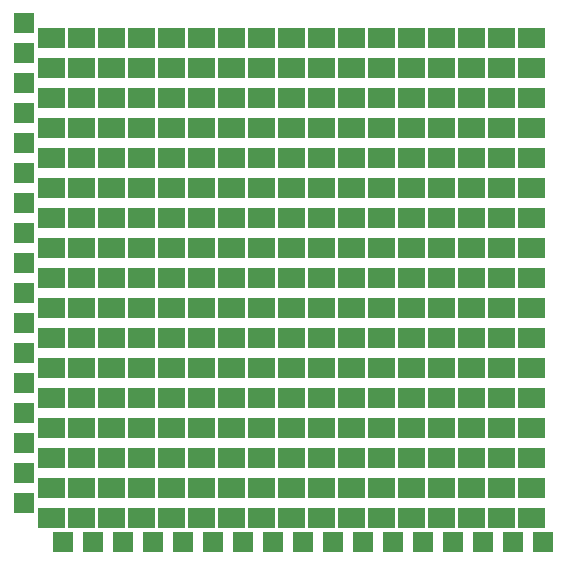
<source format=gbs>
G75*
%MOIN*%
%OFA0B0*%
%FSLAX25Y25*%
%IPPOS*%
%LPD*%
%AMOC8*
5,1,8,0,0,1.08239X$1,22.5*
%
%ADD10R,0.03530X0.06716*%
%ADD11R,0.03530X0.06716*%
%ADD12R,0.03530X0.06716*%
%ADD13R,0.03530X0.06716*%
%ADD14R,0.03530X0.06716*%
%ADD15R,0.03530X0.06716*%
%ADD16R,0.03530X0.06716*%
%ADD17R,0.03530X0.06716*%
%ADD18R,0.03530X0.06716*%
%ADD19R,0.06706X0.06706*%
D10*
X0025467Y0022424D03*
X0045467Y0022424D03*
X0055467Y0022424D03*
X0065467Y0022424D03*
X0065467Y0042424D03*
X0065467Y0052424D03*
X0065467Y0062424D03*
X0055467Y0062424D03*
X0055467Y0052424D03*
X0055467Y0042424D03*
X0045467Y0042424D03*
X0045467Y0052424D03*
X0045467Y0062424D03*
X0025467Y0062424D03*
X0025467Y0052424D03*
X0025467Y0042424D03*
X0025467Y0102424D03*
X0025467Y0112424D03*
X0045467Y0112424D03*
X0055467Y0112424D03*
X0065467Y0112424D03*
X0065467Y0102424D03*
X0055467Y0102424D03*
X0045467Y0102424D03*
X0145467Y0102424D03*
X0155467Y0102424D03*
X0155467Y0112424D03*
X0145467Y0112424D03*
X0175467Y0112424D03*
X0185467Y0112424D03*
X0185467Y0102424D03*
X0175467Y0102424D03*
X0175467Y0062424D03*
X0185467Y0062424D03*
X0185467Y0052424D03*
X0175467Y0052424D03*
X0175467Y0042424D03*
X0185467Y0042424D03*
X0185467Y0022424D03*
X0175467Y0022424D03*
X0155467Y0022424D03*
X0145467Y0022424D03*
X0145467Y0042424D03*
X0155467Y0042424D03*
X0155467Y0052424D03*
X0155467Y0062424D03*
X0145467Y0062424D03*
X0145467Y0052424D03*
D11*
X0165467Y0052424D03*
X0165467Y0062424D03*
X0165467Y0042424D03*
X0165467Y0022424D03*
X0125467Y0022424D03*
X0115467Y0022424D03*
X0105467Y0022424D03*
X0105467Y0042424D03*
X0115467Y0042424D03*
X0125467Y0042424D03*
X0125467Y0052424D03*
X0125467Y0062424D03*
X0115467Y0062424D03*
X0115467Y0052424D03*
X0105467Y0052424D03*
X0105467Y0062424D03*
X0085467Y0062424D03*
X0085467Y0052424D03*
X0085467Y0042424D03*
X0075467Y0042424D03*
X0075467Y0052424D03*
X0075467Y0062424D03*
X0075467Y0102424D03*
X0085467Y0102424D03*
X0085467Y0112424D03*
X0075467Y0112424D03*
X0105467Y0112424D03*
X0115467Y0112424D03*
X0125467Y0112424D03*
X0125467Y0102424D03*
X0115467Y0102424D03*
X0105467Y0102424D03*
X0165467Y0102424D03*
X0165467Y0112424D03*
X0085467Y0022424D03*
X0075467Y0022424D03*
X0035467Y0022424D03*
X0035467Y0042424D03*
X0035467Y0052424D03*
X0035467Y0062424D03*
X0035467Y0102424D03*
X0035467Y0112424D03*
D12*
X0095467Y0112424D03*
X0095467Y0102424D03*
X0135467Y0102424D03*
X0135467Y0112424D03*
X0135467Y0062424D03*
X0135467Y0052424D03*
X0135467Y0042424D03*
X0135467Y0022424D03*
X0095467Y0022424D03*
X0095467Y0042424D03*
X0095467Y0052424D03*
X0095467Y0062424D03*
D13*
X0065467Y0032424D03*
X0055467Y0032424D03*
X0045467Y0032424D03*
X0025467Y0032424D03*
X0145467Y0032424D03*
X0155467Y0032424D03*
X0175467Y0032424D03*
X0185467Y0032424D03*
X0185467Y0162424D03*
X0175467Y0162424D03*
X0175467Y0172424D03*
X0185467Y0172424D03*
X0185467Y0182424D03*
X0175467Y0182424D03*
X0155467Y0182424D03*
X0155467Y0172424D03*
X0155467Y0162424D03*
X0145467Y0162424D03*
X0145467Y0172424D03*
X0145467Y0182424D03*
X0065467Y0182424D03*
X0065467Y0172424D03*
X0065467Y0162424D03*
X0055467Y0162424D03*
X0055467Y0172424D03*
X0055467Y0182424D03*
X0045467Y0182424D03*
X0045467Y0172424D03*
X0045467Y0162424D03*
X0025467Y0162424D03*
X0025467Y0172424D03*
X0025467Y0182424D03*
D14*
X0035467Y0182424D03*
X0035467Y0172424D03*
X0035467Y0162424D03*
X0075467Y0162424D03*
X0085467Y0162424D03*
X0085467Y0172424D03*
X0085467Y0182424D03*
X0075467Y0182424D03*
X0075467Y0172424D03*
X0105467Y0172424D03*
X0115467Y0172424D03*
X0125467Y0172424D03*
X0125467Y0182424D03*
X0115467Y0182424D03*
X0105467Y0182424D03*
X0105467Y0162424D03*
X0115467Y0162424D03*
X0125467Y0162424D03*
X0165467Y0162424D03*
X0165467Y0172424D03*
X0165467Y0182424D03*
X0165467Y0032424D03*
X0125467Y0032424D03*
X0115467Y0032424D03*
X0105467Y0032424D03*
X0085467Y0032424D03*
X0075467Y0032424D03*
X0035467Y0032424D03*
D15*
X0095467Y0032424D03*
X0135467Y0032424D03*
X0135467Y0162424D03*
X0135467Y0172424D03*
X0135467Y0182424D03*
X0095467Y0182424D03*
X0095467Y0172424D03*
X0095467Y0162424D03*
D16*
X0065467Y0152424D03*
X0065467Y0142424D03*
X0065467Y0132424D03*
X0065467Y0122424D03*
X0055467Y0122424D03*
X0055467Y0132424D03*
X0055467Y0142424D03*
X0055467Y0152424D03*
X0045467Y0152424D03*
X0045467Y0142424D03*
X0045467Y0132424D03*
X0045467Y0122424D03*
X0025467Y0122424D03*
X0025467Y0132424D03*
X0025467Y0142424D03*
X0025467Y0152424D03*
X0025467Y0092424D03*
X0025467Y0082424D03*
X0025467Y0072424D03*
X0045467Y0072424D03*
X0055467Y0072424D03*
X0065467Y0072424D03*
X0065467Y0082424D03*
X0065467Y0092424D03*
X0055467Y0092424D03*
X0055467Y0082424D03*
X0045467Y0082424D03*
X0045467Y0092424D03*
X0145467Y0092424D03*
X0155467Y0092424D03*
X0155467Y0082424D03*
X0155467Y0072424D03*
X0145467Y0072424D03*
X0145467Y0082424D03*
X0175467Y0082424D03*
X0185467Y0082424D03*
X0185467Y0092424D03*
X0175467Y0092424D03*
X0175467Y0072424D03*
X0185467Y0072424D03*
X0185467Y0122424D03*
X0175467Y0122424D03*
X0175467Y0132424D03*
X0185467Y0132424D03*
X0185467Y0142424D03*
X0175467Y0142424D03*
X0175467Y0152424D03*
X0185467Y0152424D03*
X0155467Y0152424D03*
X0155467Y0142424D03*
X0155467Y0132424D03*
X0155467Y0122424D03*
X0145467Y0122424D03*
X0145467Y0132424D03*
X0145467Y0142424D03*
X0145467Y0152424D03*
D17*
X0165467Y0152424D03*
X0165467Y0142424D03*
X0165467Y0132424D03*
X0165467Y0122424D03*
X0165467Y0092424D03*
X0165467Y0082424D03*
X0165467Y0072424D03*
X0125467Y0072424D03*
X0125467Y0082424D03*
X0125467Y0092424D03*
X0115467Y0092424D03*
X0115467Y0082424D03*
X0115467Y0072424D03*
X0105467Y0072424D03*
X0105467Y0082424D03*
X0105467Y0092424D03*
X0085467Y0092424D03*
X0085467Y0082424D03*
X0085467Y0072424D03*
X0075467Y0072424D03*
X0075467Y0082424D03*
X0075467Y0092424D03*
X0075467Y0122424D03*
X0085467Y0122424D03*
X0085467Y0132424D03*
X0085467Y0142424D03*
X0085467Y0152424D03*
X0075467Y0152424D03*
X0075467Y0142424D03*
X0075467Y0132424D03*
X0105467Y0132424D03*
X0115467Y0132424D03*
X0125467Y0132424D03*
X0125467Y0142424D03*
X0125467Y0152424D03*
X0115467Y0152424D03*
X0115467Y0142424D03*
X0105467Y0142424D03*
X0105467Y0152424D03*
X0105467Y0122424D03*
X0115467Y0122424D03*
X0125467Y0122424D03*
X0035467Y0122424D03*
X0035467Y0132424D03*
X0035467Y0142424D03*
X0035467Y0152424D03*
X0035467Y0092424D03*
X0035467Y0082424D03*
X0035467Y0072424D03*
D18*
X0095467Y0072424D03*
X0095467Y0082424D03*
X0095467Y0092424D03*
X0095467Y0122424D03*
X0095467Y0132424D03*
X0095467Y0142424D03*
X0095467Y0152424D03*
X0135467Y0152424D03*
X0135467Y0142424D03*
X0135467Y0132424D03*
X0135467Y0122424D03*
X0135467Y0092424D03*
X0135467Y0082424D03*
X0135467Y0072424D03*
D19*
X0021231Y0022424D03*
X0013231Y0027424D03*
X0021231Y0032424D03*
X0013231Y0037424D03*
X0021231Y0042424D03*
X0013231Y0047424D03*
X0021231Y0052424D03*
X0013231Y0057424D03*
X0021231Y0062424D03*
X0013231Y0067424D03*
X0021231Y0072424D03*
X0013231Y0077424D03*
X0021231Y0082424D03*
X0013231Y0087424D03*
X0021231Y0092424D03*
X0013231Y0097424D03*
X0021231Y0102424D03*
X0013231Y0107424D03*
X0021231Y0112424D03*
X0013231Y0117424D03*
X0021231Y0122424D03*
X0013231Y0127424D03*
X0021231Y0132424D03*
X0013231Y0137424D03*
X0021231Y0142424D03*
X0013231Y0147424D03*
X0021231Y0152424D03*
X0013231Y0157424D03*
X0021231Y0162424D03*
X0013231Y0167424D03*
X0021231Y0172424D03*
X0013231Y0177424D03*
X0021231Y0182424D03*
X0013231Y0187424D03*
X0031231Y0182424D03*
X0041231Y0182424D03*
X0051231Y0182424D03*
X0061231Y0182424D03*
X0071231Y0182424D03*
X0081231Y0182424D03*
X0091231Y0182424D03*
X0101231Y0182424D03*
X0111231Y0182424D03*
X0121231Y0182424D03*
X0131231Y0182424D03*
X0141231Y0182424D03*
X0151231Y0182424D03*
X0161231Y0182424D03*
X0171231Y0182424D03*
X0181231Y0182424D03*
X0181231Y0172424D03*
X0171231Y0172424D03*
X0161231Y0172424D03*
X0151231Y0172424D03*
X0141231Y0172424D03*
X0131231Y0172424D03*
X0121231Y0172424D03*
X0111231Y0172424D03*
X0101231Y0172424D03*
X0091231Y0172424D03*
X0081231Y0172424D03*
X0071231Y0172424D03*
X0061231Y0172424D03*
X0051231Y0172424D03*
X0041231Y0172424D03*
X0031231Y0172424D03*
X0031231Y0162424D03*
X0041231Y0162424D03*
X0051231Y0162424D03*
X0061231Y0162424D03*
X0071231Y0162424D03*
X0081231Y0162424D03*
X0091231Y0162424D03*
X0101231Y0162424D03*
X0111231Y0162424D03*
X0121231Y0162424D03*
X0131231Y0162424D03*
X0141231Y0162424D03*
X0151231Y0162424D03*
X0161231Y0162424D03*
X0171231Y0162424D03*
X0181231Y0162424D03*
X0181231Y0152424D03*
X0171231Y0152424D03*
X0161231Y0152424D03*
X0151231Y0152424D03*
X0141231Y0152424D03*
X0131231Y0152424D03*
X0121231Y0152424D03*
X0111231Y0152424D03*
X0101231Y0152424D03*
X0091231Y0152424D03*
X0081231Y0152424D03*
X0071231Y0152424D03*
X0061231Y0152424D03*
X0051231Y0152424D03*
X0041231Y0152424D03*
X0031231Y0152424D03*
X0031231Y0142424D03*
X0041231Y0142424D03*
X0051231Y0142424D03*
X0061231Y0142424D03*
X0071231Y0142424D03*
X0081231Y0142424D03*
X0091231Y0142424D03*
X0101231Y0142424D03*
X0111231Y0142424D03*
X0121231Y0142424D03*
X0131231Y0142424D03*
X0141231Y0142424D03*
X0151231Y0142424D03*
X0161231Y0142424D03*
X0171231Y0142424D03*
X0181231Y0142424D03*
X0181231Y0132424D03*
X0171231Y0132424D03*
X0161231Y0132424D03*
X0151231Y0132424D03*
X0141231Y0132424D03*
X0131231Y0132424D03*
X0121231Y0132424D03*
X0111231Y0132424D03*
X0101231Y0132424D03*
X0091231Y0132424D03*
X0081231Y0132424D03*
X0071231Y0132424D03*
X0061231Y0132424D03*
X0051231Y0132424D03*
X0041231Y0132424D03*
X0031231Y0132424D03*
X0031231Y0122424D03*
X0041231Y0122424D03*
X0051231Y0122424D03*
X0061231Y0122424D03*
X0071231Y0122424D03*
X0081231Y0122424D03*
X0091231Y0122424D03*
X0101231Y0122424D03*
X0111231Y0122424D03*
X0121231Y0122424D03*
X0131231Y0122424D03*
X0141231Y0122424D03*
X0151231Y0122424D03*
X0161231Y0122424D03*
X0171231Y0122424D03*
X0181231Y0122424D03*
X0181231Y0112424D03*
X0171231Y0112424D03*
X0161231Y0112424D03*
X0151231Y0112424D03*
X0141231Y0112424D03*
X0131231Y0112424D03*
X0121231Y0112424D03*
X0111231Y0112424D03*
X0101231Y0112424D03*
X0091231Y0112424D03*
X0081231Y0112424D03*
X0071231Y0112424D03*
X0061231Y0112424D03*
X0051231Y0112424D03*
X0041231Y0112424D03*
X0031231Y0112424D03*
X0031231Y0102424D03*
X0041231Y0102424D03*
X0051231Y0102424D03*
X0061231Y0102424D03*
X0071231Y0102424D03*
X0081231Y0102424D03*
X0091231Y0102424D03*
X0101231Y0102424D03*
X0111231Y0102424D03*
X0121231Y0102424D03*
X0131231Y0102424D03*
X0141231Y0102424D03*
X0151231Y0102424D03*
X0161231Y0102424D03*
X0171231Y0102424D03*
X0181231Y0102424D03*
X0181231Y0092424D03*
X0171231Y0092424D03*
X0161231Y0092424D03*
X0151231Y0092424D03*
X0141231Y0092424D03*
X0131231Y0092424D03*
X0121231Y0092424D03*
X0111231Y0092424D03*
X0101231Y0092424D03*
X0091231Y0092424D03*
X0081231Y0092424D03*
X0071231Y0092424D03*
X0061231Y0092424D03*
X0051231Y0092424D03*
X0041231Y0092424D03*
X0031231Y0092424D03*
X0031231Y0082424D03*
X0041231Y0082424D03*
X0051231Y0082424D03*
X0061231Y0082424D03*
X0071231Y0082424D03*
X0081231Y0082424D03*
X0091231Y0082424D03*
X0101231Y0082424D03*
X0111231Y0082424D03*
X0121231Y0082424D03*
X0131231Y0082424D03*
X0141231Y0082424D03*
X0151231Y0082424D03*
X0161231Y0082424D03*
X0171231Y0082424D03*
X0181231Y0082424D03*
X0181231Y0072424D03*
X0171231Y0072424D03*
X0161231Y0072424D03*
X0151231Y0072424D03*
X0141231Y0072424D03*
X0131231Y0072424D03*
X0121231Y0072424D03*
X0111231Y0072424D03*
X0101231Y0072424D03*
X0091231Y0072424D03*
X0081231Y0072424D03*
X0071231Y0072424D03*
X0061231Y0072424D03*
X0051231Y0072424D03*
X0041231Y0072424D03*
X0031231Y0072424D03*
X0031231Y0062424D03*
X0041231Y0062424D03*
X0051231Y0062424D03*
X0061231Y0062424D03*
X0071231Y0062424D03*
X0081231Y0062424D03*
X0091231Y0062424D03*
X0101231Y0062424D03*
X0111231Y0062424D03*
X0121231Y0062424D03*
X0131231Y0062424D03*
X0141231Y0062424D03*
X0151231Y0062424D03*
X0161231Y0062424D03*
X0171231Y0062424D03*
X0181231Y0062424D03*
X0181231Y0052424D03*
X0171231Y0052424D03*
X0161231Y0052424D03*
X0151231Y0052424D03*
X0141231Y0052424D03*
X0131231Y0052424D03*
X0121231Y0052424D03*
X0111231Y0052424D03*
X0101231Y0052424D03*
X0091231Y0052424D03*
X0081231Y0052424D03*
X0071231Y0052424D03*
X0061231Y0052424D03*
X0051231Y0052424D03*
X0041231Y0052424D03*
X0031231Y0052424D03*
X0031231Y0042424D03*
X0041231Y0042424D03*
X0051231Y0042424D03*
X0061231Y0042424D03*
X0071231Y0042424D03*
X0081231Y0042424D03*
X0091231Y0042424D03*
X0101231Y0042424D03*
X0111231Y0042424D03*
X0121231Y0042424D03*
X0131231Y0042424D03*
X0141231Y0042424D03*
X0151231Y0042424D03*
X0161231Y0042424D03*
X0171231Y0042424D03*
X0181231Y0042424D03*
X0181231Y0032424D03*
X0171231Y0032424D03*
X0161231Y0032424D03*
X0151231Y0032424D03*
X0141231Y0032424D03*
X0131231Y0032424D03*
X0121231Y0032424D03*
X0111231Y0032424D03*
X0101231Y0032424D03*
X0091231Y0032424D03*
X0081231Y0032424D03*
X0071231Y0032424D03*
X0061231Y0032424D03*
X0051231Y0032424D03*
X0041231Y0032424D03*
X0031231Y0032424D03*
X0031231Y0022424D03*
X0036231Y0014424D03*
X0041231Y0022424D03*
X0046231Y0014424D03*
X0051231Y0022424D03*
X0056231Y0014424D03*
X0061231Y0022424D03*
X0066231Y0014424D03*
X0071231Y0022424D03*
X0076231Y0014424D03*
X0081231Y0022424D03*
X0086231Y0014424D03*
X0091231Y0022424D03*
X0096231Y0014424D03*
X0101231Y0022424D03*
X0106231Y0014424D03*
X0111231Y0022424D03*
X0116231Y0014424D03*
X0121231Y0022424D03*
X0126231Y0014424D03*
X0131231Y0022424D03*
X0136231Y0014424D03*
X0141231Y0022424D03*
X0146231Y0014424D03*
X0151231Y0022424D03*
X0156231Y0014424D03*
X0161231Y0022424D03*
X0166231Y0014424D03*
X0171231Y0022424D03*
X0176231Y0014424D03*
X0181231Y0022424D03*
X0186231Y0014424D03*
X0026231Y0014424D03*
M02*

</source>
